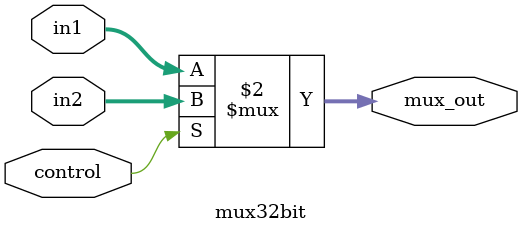
<source format=v>
`timescale 1ns / 1ps
module mux32bit(output [31:0] mux_out, 
				   input [31:0] in1, in2, 
					input control);

assign mux_out = (control == 0) ? in1 : in2;

endmodule

</source>
